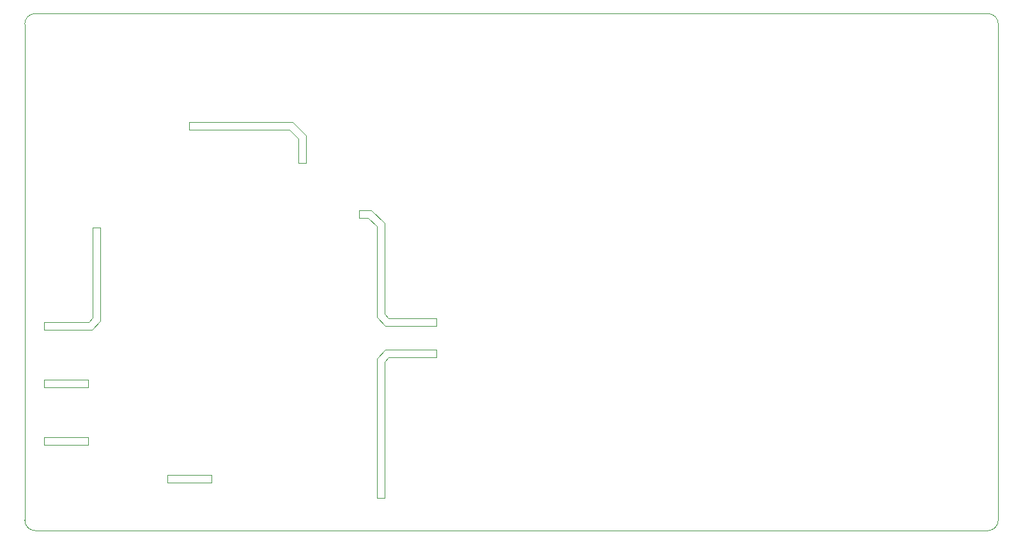
<source format=gbr>
%TF.GenerationSoftware,KiCad,Pcbnew,7.0.10-7.0.10~ubuntu22.04.1*%
%TF.CreationDate,2024-01-07T19:37:00+01:00*%
%TF.ProjectId,EEZ DIB AFE3,45455a20-4449-4422-9041-4645332e6b69,rev?*%
%TF.SameCoordinates,Original*%
%TF.FileFunction,Profile,NP*%
%FSLAX46Y46*%
G04 Gerber Fmt 4.6, Leading zero omitted, Abs format (unit mm)*
G04 Created by KiCad (PCBNEW 7.0.10-7.0.10~ubuntu22.04.1) date 2024-01-07 19:37:00*
%MOMM*%
%LPD*%
G01*
G04 APERTURE LIST*
%TA.AperFunction,Profile*%
%ADD10C,0.101600*%
%TD*%
%TA.AperFunction,Profile*%
%ADD11C,0.100000*%
%TD*%
G04 APERTURE END LIST*
D10*
X92484700Y-111621700D02*
X93030800Y-111075600D01*
D11*
X85401100Y-70753600D02*
G75*
G03*
X84001100Y-72153600I0J-1400000D01*
G01*
D10*
X119103900Y-86196300D02*
X105807000Y-86196300D01*
X86541100Y-126849000D02*
X86541100Y-127865000D01*
X92484700Y-111621700D02*
X86553800Y-111621700D01*
X92383100Y-126849000D02*
X86541100Y-126849000D01*
X121250200Y-90590500D02*
X121250200Y-86894800D01*
X120234200Y-87326600D02*
X119103900Y-86196300D01*
X131664200Y-116866800D02*
X132210300Y-116320700D01*
X108753400Y-131903600D02*
X102911400Y-131903600D01*
X93030800Y-99112200D02*
X94046800Y-99112200D01*
X130648200Y-134951600D02*
X130648200Y-116435000D01*
D11*
X85401100Y-70753600D02*
X211601100Y-70753600D01*
D10*
X129517900Y-97829500D02*
X128286000Y-97829500D01*
D11*
X213001100Y-72153600D02*
X213001100Y-137853600D01*
D10*
X108753400Y-132919600D02*
X102911400Y-132919600D01*
X92916500Y-112637700D02*
X94046800Y-111507400D01*
D11*
X213001100Y-72153600D02*
G75*
G03*
X211601100Y-70753600I-1400000J0D01*
G01*
D10*
X86541100Y-119241700D02*
X86541100Y-120257700D01*
X92383100Y-120257700D02*
X86541100Y-120257700D01*
X92383100Y-127865000D02*
X86541100Y-127865000D01*
X121250200Y-86894800D02*
X119535700Y-85180300D01*
X92383100Y-126849000D02*
X92383100Y-127865000D01*
X138534900Y-111101000D02*
X138534900Y-112117000D01*
X131664200Y-134951600D02*
X130648200Y-134951600D01*
X108753400Y-131903600D02*
X108753400Y-132919600D01*
X120234200Y-90590500D02*
X120234200Y-87326600D01*
X132210300Y-111101000D02*
X131664200Y-110554900D01*
X92916500Y-112637700D02*
X86553800Y-112637700D01*
D11*
X85401100Y-139253600D02*
X211601100Y-139253600D01*
D10*
X92383100Y-119241700D02*
X92383100Y-120257700D01*
X132210300Y-116320700D02*
X138534900Y-116320700D01*
X129949700Y-96813500D02*
X128286000Y-96813500D01*
X94046800Y-99112200D02*
X94046800Y-111507400D01*
D11*
X211601100Y-139253600D02*
G75*
G03*
X213001100Y-137853600I0J1400000D01*
G01*
D10*
X138534900Y-116320700D02*
X138534900Y-115304700D01*
X130648200Y-116435000D02*
X131778500Y-115304700D01*
X131778500Y-115304700D02*
X138534900Y-115304700D01*
X102911400Y-131903600D02*
X102911400Y-132919600D01*
X130648200Y-110986700D02*
X130648200Y-98959800D01*
X138534900Y-112117000D02*
X131778500Y-112117000D01*
X93030800Y-99112200D02*
X93030800Y-111075600D01*
X131664200Y-110554900D02*
X131664200Y-98528000D01*
X131778500Y-112117000D02*
X130648200Y-110986700D01*
X128286000Y-96813500D02*
X128286000Y-97829500D01*
X131664200Y-98528000D02*
X129949700Y-96813500D01*
X119535700Y-85180300D02*
X105807000Y-85180300D01*
D11*
X84001100Y-72153600D02*
X84001100Y-137853600D01*
D10*
X138534900Y-111101000D02*
X132210300Y-111101000D01*
D11*
X84001100Y-137853600D02*
G75*
G03*
X85401100Y-139253600I1400000J0D01*
G01*
D10*
X86553800Y-111621700D02*
X86553800Y-112637700D01*
X131664200Y-134951600D02*
X131664200Y-116866800D01*
X120234200Y-90590500D02*
X121250200Y-90590500D01*
X105807000Y-85180300D02*
X105807000Y-86196300D01*
X92383100Y-119241700D02*
X86541100Y-119241700D01*
X130648200Y-98959800D02*
X129517900Y-97829500D01*
M02*

</source>
